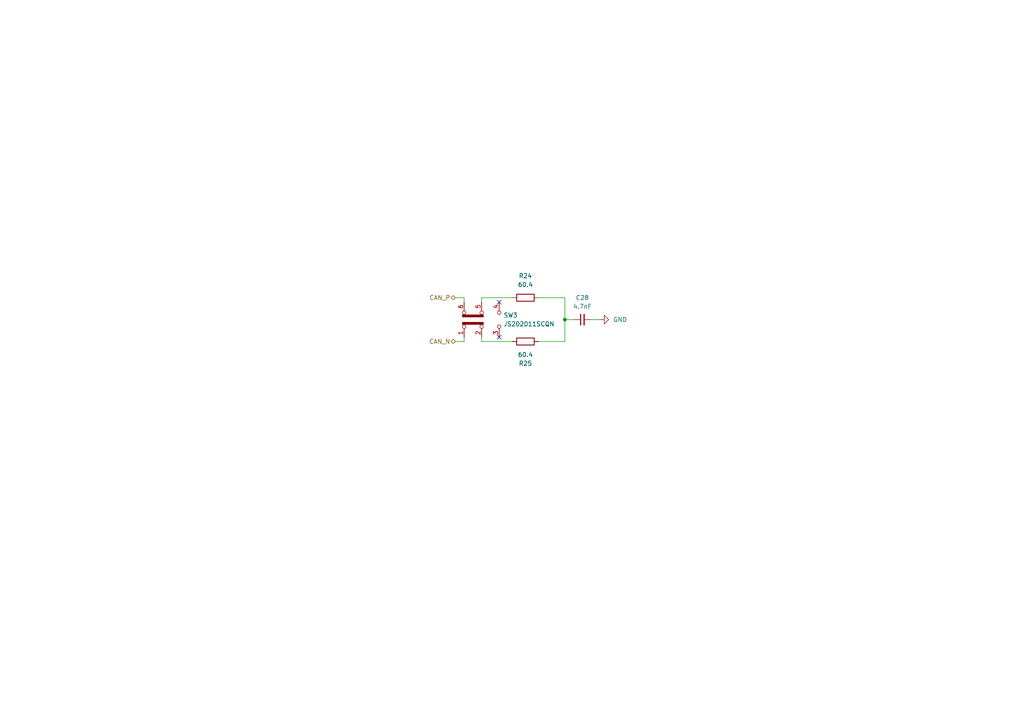
<source format=kicad_sch>
(kicad_sch (version 20250114) (generator "eeschema") (generator_version "9.0")
  (paper "A4")
  (lib_symbols
    (symbol "Device:C_Small" (pin_numbers (hide yes)) (pin_names (offset 0.254) (hide yes))
      (property "Reference" "C" (at 0.254 1.778 0))
      (property "Value" "C_Small" (at 0.254 -2.032 0))
      (symbol "C_Small_0_1"
        (polyline (pts (xy -1.524 0.508) (xy 1.524 0.508)) (stroke (width 0.3048)))
        (polyline (pts (xy -1.524 -0.508) (xy 1.524 -0.508)) (stroke (width 0.3302)))
      )
      (symbol "C_Small_1_1"
        (pin passive line (at 0 2.54 270) (length 2.032) (name "~") (number "1"))
        (pin passive line (at 0 -2.54 90) (length 2.032) (name "~") (number "2"))
      )
    )
    (symbol "Device:R" (pin_numbers (hide yes)) (pin_names (offset 0))
      (property "Reference" "R" (at 2.032 0 90))
      (property "Value" "R" (at 0 0 90))
      (symbol "R_0_1"
        (rectangle (start -1.016 -2.54) (end 1.016 2.54) (stroke (width 0.254)))
      )
      (symbol "R_1_1"
        (pin passive line (at 0 3.81 270) (length 1.27) (name "~") (number "1"))
        (pin passive line (at 0 -3.81 90) (length 1.27) (name "~") (number "2"))
      )
    )
    (symbol "GND_3" (power) (pin_numbers (hide yes)) (pin_names (offset 0) (hide yes))
      (property "Value" "GND" (at 0 -3.81 0))
      (symbol "GND_3_0_1"
        (polyline (pts (xy 0 0) (xy 0 -1.27) (xy 1.27 -1.27) (xy 0 -2.54) (xy -1.27 -1.27) (xy 0 -1.27)))
      )
      (symbol "GND_3_1_1"
        (pin power_in line (at 0 0 270) (length 0) (name "~") (number "1"))
      )
    )
    (symbol "Switch:SW_Slide_DPDT" (pin_names (offset 0) (hide yes))
      (property "Reference" "SW" (at 0 6.858 0))
      (property "Value" "SW_Slide_DPDT" (at 0 -8.128 0))
      (symbol "SW_Slide_DPDT_0_0"
        (circle (center -2.032 5.08) (radius 0.508))
        (circle (center -2.032 -5.08) (radius 0.508))
        (circle (center 2.032 0) (radius 0.508))
        (circle (center 2.032 -5.08) (radius 0.508))
      )
      (symbol "SW_Slide_DPDT_0_1"
        (circle (center -2.032 0) (radius 0.508))
        (circle (center 2.032 5.08) (radius 0.508))
      )
      (symbol "SW_Slide_DPDT_1_1"
        (rectangle (start -1.397 5.588) (end -0.762 -0.508) (fill (type outline)))
        (rectangle (start 0.762 5.588) (end 1.397 -0.508) (fill (type outline)))
        (pin passive line (at -5.08 5.08 0) (length 2.54) (name "A") (number "1"))
        (pin passive line (at -5.08 0 0) (length 2.54) (name "B") (number "2"))
        (pin passive line (at -5.08 -5.08 0) (length 2.54) (name "C") (number "3"))
        (pin passive line (at 5.08 5.08 180) (length 2.54) (name "C") (number "6"))
        (pin passive line (at 5.08 0 180) (length 2.54) (name "B") (number "5"))
        (pin passive line (at 5.08 -5.08 180) (length 2.54) (name "A") (number "4"))
      )
    )
  )
  (junction (at 163.83 92.71))
  (no_connect (at 144.78 87.63))
  (no_connect (at 144.78 97.79))
  (wire (pts (xy 163.83 99.06) (xy 163.83 92.71)))
  (wire (pts (xy 156.21 99.06) (xy 163.83 99.06)))
  (wire (pts (xy 132.08 99.06) (xy 134.62 99.06)))
  (wire (pts (xy 139.7 86.36) (xy 139.7 87.63)))
  (wire (pts (xy 156.21 86.36) (xy 163.83 86.36)))
  (wire (pts (xy 139.7 99.06) (xy 139.7 97.79)))
  (wire (pts (xy 171.45 92.71) (xy 173.99 92.71)))
  (wire (pts (xy 132.08 86.36) (xy 134.62 86.36)))
  (wire (pts (xy 163.83 86.36) (xy 163.83 92.71)))
  (wire (pts (xy 148.59 86.36) (xy 139.7 86.36)))
  (wire (pts (xy 134.62 86.36) (xy 134.62 87.63)))
  (wire (pts (xy 148.59 99.06) (xy 139.7 99.06)))
  (wire (pts (xy 163.83 92.71) (xy 166.37 92.71)))
  (wire (pts (xy 134.62 99.06) (xy 134.62 97.79)))
  (hierarchical_label "CAN_P" (shape bidirectional) (at 132.08 86.36 180))
  (hierarchical_label "CAN_N" (shape bidirectional) (at 132.08 99.06 180))
  (symbol (lib_id "Device:R") (at 152.4 86.36 90) (unit 1)
    (property "Reference" "R24" (at 152.4 80.01 90))
    (property "Value" "60.4" (at 152.4 82.55 90))
    (property "Footprint" "Resistor_SMD:R_0603_1608Metric" (effects (hide yes)))
    (property "Description" "Resistor" (effects (hide yes)))
  )
  (symbol (lib_name "GND_3") (lib_id "power:GND") (at 173.99 92.71 90) (unit 1)
    (property "Reference" "#PWR090" (effects (hide yes)))
    (property "Value" "GND" (at 177.8 92.7099 90) (effects (justify right)))
    (property "Description" "Power symbol creates a global label with name \"GND\" , ground" (effects (hide yes)))
  )
  (symbol (lib_id "Device:R") (at 152.4 99.06 90) (mirror x) (unit 1)
    (property "Reference" "R25" (at 152.4 105.41 90))
    (property "Value" "60.4" (at 152.4 102.87 90))
    (property "Footprint" "Resistor_SMD:R_0603_1608Metric" (effects (hide yes)))
    (property "Description" "Resistor" (effects (hide yes)))
  )
  (symbol (lib_id "Switch:SW_Slide_DPDT") (at 139.7 92.71 90) (unit 1)
    (property "Reference" "SW3" (at 146.05 91.4399 90) (effects (justify right)))
    (property "Value" "JS202011SCQN" (at 146.05 93.9799 90) (effects (justify right)))
    (property "Footprint" "can_datalogger_board:SW_JS202011SCQN" (effects (hide yes)))
    (property "Description" "Slide Switch, dual pole double throw" (effects (hide yes)))
  )
  (symbol (lib_id "Device:C_Small") (at 168.91 92.71 90) (unit 1)
    (property "Reference" "C28" (at 168.9163 86.36 90))
    (property "Value" "4.7nF" (at 168.9163 88.9 90))
    (property "Footprint" "Capacitor_SMD:C_0603_1608Metric" (effects (hide yes)))
    (property "Description" "Unpolarized capacitor, small symbol" (effects (hide yes)))
  )
)
</source>
